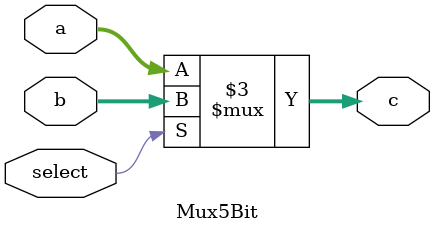
<source format=v>
`timescale 1ns / 1ps


module Mux5Bit( input select, input [4:0] a,b, output reg [4:0] c

    );
    
    always @*
    begin
    if(select)
    c = b;
    else
    c = a;
    
    end
    
    
endmodule

</source>
